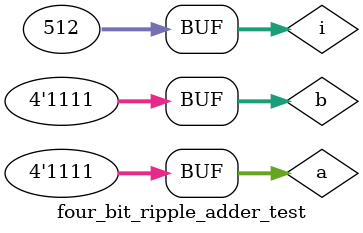
<source format=v>
module four_bit_ripple_adder_test;
reg [3:0] a, b;
reg cin;
wire [4:0] s;

four_bit_ripple_adder gate1 (a, b, cin, s);
integer i;
initial begin
	for (i = 0; i < 512; i = i + 1) 
		begin
			{a, b} = i;
			#20;
		end
	end
endmodule

</source>
